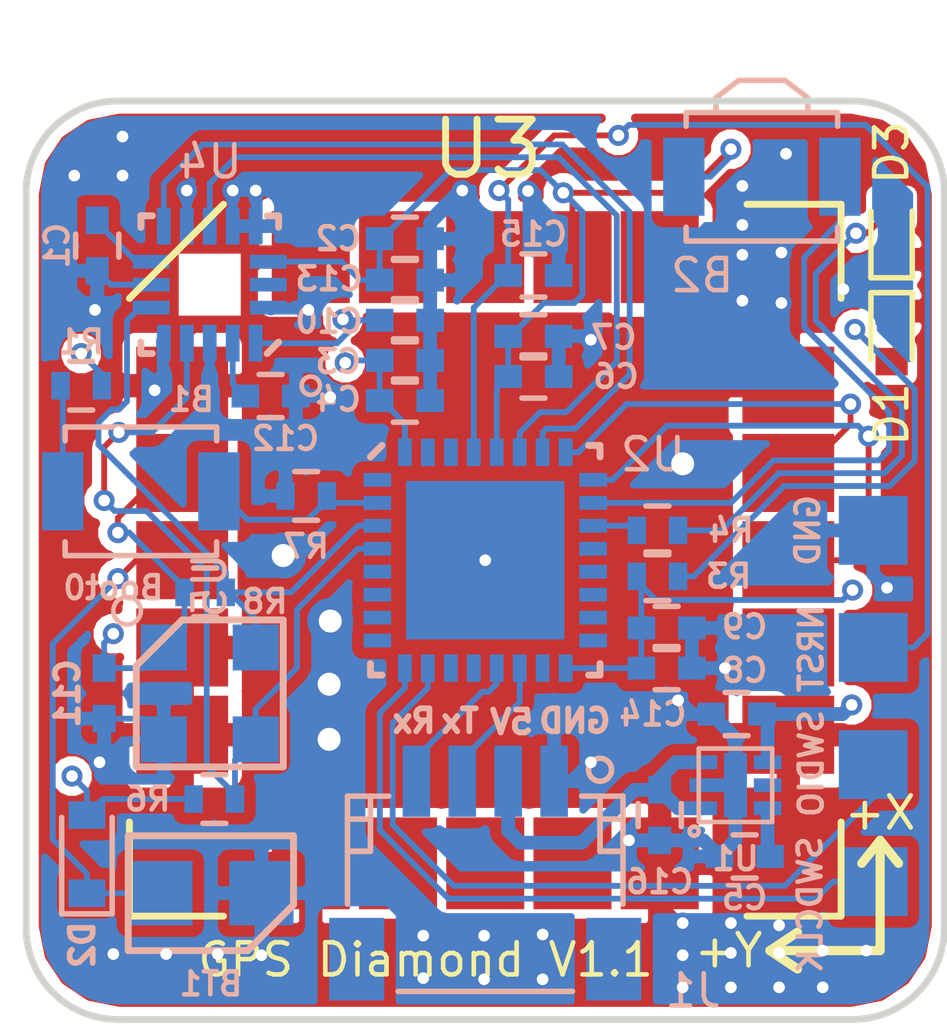
<source format=kicad_pcb>
(kicad_pcb (version 4) (host pcbnew 4.0.6)
  (layers (0 Top signal) (1 Ground power hide) (2 Power jumper hide) (31 Bottom signal) (34 B.Paste user) (35 F.Paste user) (36 B.SilkS user) (37 F.SilkS user) (38 B.Mask user) (39 F.Mask user) (44 Edge.Cuts user))
  (net 0 "")
  (net 1 +BATT)
  (net 2 GND)
  (net 3 +3V3)
  (net 4 +5V)
  (net 5 "Net-(D1-Pad2)")
  (net 6 "Net-(D3-Pad2)")
  (net 7 LED)
  (net 8 "Net-(B1-Pad1)")
  (net 9 "Net-(B1-Pad2)")
  (net 10 "Net-(C1-Pad1)")
  (net 11 "Net-(J5-Pad1)")
  (net 12 "Net-(J6-Pad1)")
  (net 13 "Net-(B2-Pad1)")
  (net 14 USART2_TX)
  (net 15 USART2_RX)
  (net 16 I2C1_SCL)
  (net 17 I2C1_SDA)
  (net 18 "Net-(C12-Pad1)")
  (net 19 IMU_INT1)
  (net 20 IMU_INT2)
  (net 21 USART1_TX)
  (net 22 USART1_RX)
  (net 23 "Net-(C15-Pad2)")
  (net 24 "Net-(C5-Pad1)")
  (module local:MIC-5353 (layer Bottom) (at 155.45 104.9 90)
    (fp_text reference U1 (at -1.6 0 360) (layer B.SilkS) (effects (font (size 0.5 0.5) (thickness 0.1)) (justify mirror)))
    (fp_text value MIC5353-3.3YMT-TR)
    (pad 6 smd rect (at -0.5 0.7 90) (size 0.3 0.6) (layers Bottom B.Paste B.Mask) (net 24 "Net-(C5-Pad1)"))
    (pad 1 smd rect (at -0.5 -0.7 90) (size 0.3 0.6) (layers Bottom B.Paste B.Mask) (net 4 +5V))
    (pad 5 smd rect (at 0 0.7 90) (size 0.3 0.6) (layers Bottom B.Paste B.Mask))
    (pad 2 smd rect (at 0 -0.7 90) (size 0.3 0.6) (layers Bottom B.Paste B.Mask) (net 2 GND))
    (pad 4 smd rect (at 0.5 0.7 90) (size 0.3 0.6) (layers Bottom B.Paste B.Mask) (net 3 +3V3))
    (pad 3 smd rect (at 0.5 -0.7 90) (size 0.3 0.6) (layers Bottom B.Paste B.Mask) (net 4 +5V))
    (pad 7 smd rect (at 0 0 90) (size 1.4 0.5) (layers Bottom B.Paste B.Mask) (net 2 GND))
  )
  (module Capacitors_SMD:C_0402_NoSilk (layer Bottom) (at 141.7 102.9 270)
    (fp_text reference C11 (at 0 0.8 450) (layer B.SilkS) (effects (font (size 0.5 0.5) (thickness 0.125)) (justify mirror)))
    (fp_text value 100nF)
    (pad 1 smd rect (at -0.55 0 270) (size 0.6 0.5) (layers Bottom B.Paste B.Mask) (net 3 +3V3))
    (pad 2 smd rect (at 0.55 0 270) (size 0.6 0.5) (layers Bottom B.Paste B.Mask) (net 2 GND))
  )
  (module Buttons_Switches_SMD:SW_SPST_B3U-1000P (layer Bottom) (at 142.5 98.5)
    (fp_text reference B1 (at 1.1 -2) (layer B.SilkS) (effects (font (size 0.5 0.5) (thickness 0.1)) (justify mirror)))
    (fp_text value SW_Push)
    (pad 1 smd rect (at -1.7 0) (size 0.9 1.7) (layers Bottom B.Paste B.Mask) (net 8 "Net-(B1-Pad1)"))
    (pad 2 smd rect (at 1.7 0) (size 0.9 1.7) (layers Bottom B.Paste B.Mask) (net 9 "Net-(B1-Pad2)"))
  )
  (module Resistors_SMD:R_0402 (layer Bottom) (at 144.1 105.2 180)
    (fp_text reference R6 (at 1.45 0 180) (layer B.SilkS) (effects (font (size 0.5 0.5) (thickness 0.1)) (justify mirror)))
    (fp_text value 2k2)
    (pad 1 smd rect (at -0.45 0 180) (size 0.4 0.6) (layers Bottom B.Paste B.Mask) (net 16 I2C1_SCL))
    (pad 2 smd rect (at 0.45 0 180) (size 0.4 0.6) (layers Bottom B.Paste B.Mask) (net 3 +3V3))
  )
  (module Diodes_SMD:D_0603 (layer Bottom) (at 141.325 106.4 90)
    (fp_text reference D2 (at -1.975 -0.1 270) (layer B.SilkS) (effects (font (size 0.5 0.5) (thickness 0.125)) (justify mirror)))
    (fp_text value D)
    (pad 1 smd rect (at -0.85 0 90) (size 0.6 0.8) (layers Bottom B.Paste B.Mask) (net 1 +BATT))
    (pad 2 smd rect (at 0.85 0 90) (size 0.6 0.8) (layers Bottom B.Paste B.Mask) (net 3 +3V3))
  )
  (module Resistors_SMD:R_0402 (layer Bottom) (at 143.9 100.7 180)
    (fp_text reference R8 (at -1.3 -0.2 180) (layer B.SilkS) (effects (font (size 0.5 0.5) (thickness 0.1)) (justify mirror)))
    (fp_text value 2K2)
    (pad 1 smd rect (at -0.45 0 180) (size 0.4 0.6) (layers Bottom B.Paste B.Mask) (net 17 I2C1_SDA))
    (pad 2 smd rect (at 0.45 0 180) (size 0.4 0.6) (layers Bottom B.Paste B.Mask) (net 3 +3V3))
  )
  (module local:MS5637 (layer Bottom) (at 144 102.9 270)
    (fp_text reference U5 (at -2.35 0 270) (layer B.SilkS) (effects (font (size 0.7 0.7) (thickness 0.1)) (justify mirror)))
    (fp_text value MS5637)
    (pad 1 smd rect (at -1 1 270) (size 1 1) (layers Bottom B.Paste B.Mask) (net 3 +3V3))
    (pad 2 smd rect (at -1 -1 270) (size 1 1) (layers Bottom B.Paste B.Mask) (net 17 I2C1_SDA))
    (pad 4 smd rect (at 1 1 270) (size 1 1) (layers Bottom B.Paste B.Mask) (net 2 GND))
    (pad 3 smd rect (at 1 -1 270) (size 1 1) (layers Bottom B.Paste B.Mask) (net 16 I2C1_SCL))
  )
  (module Capacitors_SMD:C_0402 (layer Bottom) (at 151.05 96)
    (fp_text reference C6 (at 1.8 0) (layer B.SilkS) (effects (font (size 0.5 0.5) (thickness 0.1)) (justify mirror)))
    (fp_text value 100nF)
    (pad 1 smd rect (at -0.55 0) (size 0.6 0.5) (layers Bottom B.Paste B.Mask) (net 3 +3V3))
    (pad 2 smd rect (at 0.55 0) (size 0.6 0.5) (layers Bottom B.Paste B.Mask) (net 2 GND))
  )
  (module Measurement_Points:Measurement_Point_Square-SMD-Pad_Small (layer Bottom) (at 158.45 101.9)
    (fp_text reference J2 hide)
    (fp_text value TEST_1P)
    (pad 1 smd rect (at 0 0) (size 1.5 1.5) (layers Bottom B.Mask) (net 23 "Net-(C15-Pad2)"))
  )
  (module local:CPH3225A (layer Bottom) (at 144.025 107.25 90)
    (fp_text reference BT1 (at -1.975 0 180) (layer B.SilkS) (effects (font (size 0.5 0.5) (thickness 0.1)) (justify mirror)))
    (fp_text value Battery_Cell)
    (pad 2 smd rect (at 0 1.1 90) (size 1.4 1.4) (layers Bottom B.Paste B.Mask) (net 2 GND))
    (pad 1 smd rect (at 0 -1.1 90) (size 1.4 1.4) (layers Bottom B.Paste B.Mask) (net 1 +BATT))
  )
  (module LEDs:LED_0402 (layer Top) (at 158.85 95.125 270)
    (fp_text reference D1 (at 1.7 0 270) (layer F.SilkS) (effects (font (size 0.7 0.7) (thickness 0.1))))
    (fp_text value LED)
    (pad 2 smd rect (at 0.55 0 90) (size 0.6 0.7) (layers Top F.Paste F.Mask) (net 5 "Net-(D1-Pad2)"))
    (pad 1 smd rect (at -0.55 0 90) (size 0.6 0.7) (layers Top F.Paste F.Mask) (net 2 GND))
  )
  (module LEDs:LED_0402 (layer Top) (at 158.85 92.9 90)
    (fp_text reference D3 (at 1.775 0 90) (layer F.SilkS) (effects (font (size 0.7 0.7) (thickness 0.1))))
    (fp_text value LED)
    (pad 2 smd rect (at 0.55 0 270) (size 0.6 0.7) (layers Top F.Paste F.Mask) (net 6 "Net-(D3-Pad2)"))
    (pad 1 smd rect (at -0.55 0 270) (size 0.6 0.7) (layers Top F.Paste F.Mask) (net 2 GND))
  )
  (module Connectors_JST:JST_SH_SM04B-SRSS-TB_04x1.00mm_Angled (layer Bottom) (at 150 106.75 180)
    (fp_text reference J1 (at -4.525 -2.625 180) (layer B.SilkS) (effects (font (size 0.7 0.7) (thickness 0.1)) (justify mirror)))
    (fp_text value CONN_01X04_MALE)
    (pad 1 smd rect (at -1.5 1.9375 180) (size 0.6 1.55) (layers Bottom B.Paste B.Mask) (net 2 GND))
    (pad 2 smd rect (at -0.5 1.9375 180) (size 0.6 1.55) (layers Bottom B.Paste B.Mask) (net 4 +5V))
    (pad 3 smd rect (at 0.5 1.9375 180) (size 0.6 1.55) (layers Bottom B.Paste B.Mask) (net 21 USART1_TX))
    (pad 4 smd rect (at 1.5 1.9375 180) (size 0.6 1.55) (layers Bottom B.Paste B.Mask) (net 22 USART1_RX))
    (pad "" smd rect (at -2.8 -1.9375 180) (size 1.2 1.8) (layers Bottom B.Paste B.Mask))
    (pad "" smd rect (at 2.8 -1.9375 180) (size 1.2 1.8) (layers Bottom B.Paste B.Mask))
  )
  (module Measurement_Points:Measurement_Point_Square-SMD-Pad_Small (layer Bottom) (at 158.45 99.35)
    (fp_text reference J3 hide)
    (fp_text value TEST_1P)
    (pad 1 smd rect (at 0 0) (size 1.5 1.5) (layers Bottom B.Mask) (net 2 GND))
  )
  (module Measurement_Points:Measurement_Point_Square-SMD-Pad_Small (layer Bottom) (at 158.45 104.45)
    (fp_text reference J5 hide)
    (fp_text value TEST_1P)
    (pad 1 smd rect (at 0 0) (size 1.5 1.5) (layers Bottom B.Mask) (net 11 "Net-(J5-Pad1)"))
  )
  (module Measurement_Points:Measurement_Point_Square-SMD-Pad_Small (layer Bottom) (at 158.45 107)
    (fp_text reference J6 hide)
    (fp_text value TEST_1P)
    (pad 1 smd rect (at 0 0) (size 1.5 1.5) (layers Bottom B.Mask) (net 12 "Net-(J6-Pad1)"))
  )
  (module Capacitors_SMD:C_0402 (layer Bottom) (at 151.05 95.125)
    (fp_text reference C7 (at 1.75 0.025) (layer B.SilkS) (effects (font (size 0.5 0.5) (thickness 0.1)) (justify mirror)))
    (fp_text value 4.7uF)
    (pad 1 smd rect (at -0.55 0) (size 0.6 0.5) (layers Bottom B.Paste B.Mask) (net 3 +3V3))
    (pad 2 smd rect (at 0.55 0) (size 0.6 0.5) (layers Bottom B.Paste B.Mask) (net 2 GND))
  )
  (module Capacitors_SMD:C_0402 (layer Bottom) (at 141.55 93.15 270)
    (fp_text reference C1 (at 0 0.875 270) (layer B.SilkS) (effects (font (size 0.5 0.5) (thickness 0.1)) (justify mirror)))
    (fp_text value 100nF)
    (pad 1 smd rect (at -0.55 0 270) (size 0.6 0.5) (layers Bottom B.Paste B.Mask) (net 10 "Net-(C1-Pad1)"))
    (pad 2 smd rect (at 0.55 0 270) (size 0.6 0.5) (layers Bottom B.Paste B.Mask) (net 2 GND))
  )
  (module Capacitors_SMD:C_0402 (layer Bottom) (at 148.25 93)
    (fp_text reference C2 (at -1.45 0) (layer B.SilkS) (effects (font (size 0.5 0.5) (thickness 0.1)) (justify mirror)))
    (fp_text value 4.7uF)
    (pad 1 smd rect (at -0.55 0) (size 0.6 0.5) (layers Bottom B.Paste B.Mask) (net 3 +3V3))
    (pad 2 smd rect (at 0.55 0) (size 0.6 0.5) (layers Bottom B.Paste B.Mask) (net 2 GND))
  )
  (module Capacitors_SMD:C_0402 (layer Bottom) (at 148.25 95.65)
    (fp_text reference C3 (at -1.45 0.025) (layer B.SilkS) (effects (font (size 0.5 0.5) (thickness 0.1)) (justify mirror)))
    (fp_text value 1uF)
    (pad 1 smd rect (at -0.55 0) (size 0.6 0.5) (layers Bottom B.Paste B.Mask) (net 3 +3V3))
    (pad 2 smd rect (at 0.55 0) (size 0.6 0.5) (layers Bottom B.Paste B.Mask) (net 2 GND))
  )
  (module Capacitors_SMD:C_0402 (layer Bottom) (at 148.25 96.525)
    (fp_text reference C4 (at -1.45 -0.025) (layer B.SilkS) (effects (font (size 0.5 0.5) (thickness 0.1)) (justify mirror)))
    (fp_text value 10nF)
    (pad 1 smd rect (at -0.55 0) (size 0.6 0.5) (layers Bottom B.Paste B.Mask) (net 3 +3V3))
    (pad 2 smd rect (at 0.55 0) (size 0.6 0.5) (layers Bottom B.Paste B.Mask) (net 2 GND))
  )
  (module Capacitors_SMD:C_0402 (layer Bottom) (at 155.65 106.45 180)
    (fp_text reference C5 (at 0 -0.9 180) (layer B.SilkS) (effects (font (size 0.5 0.5) (thickness 0.1)) (justify mirror)))
    (fp_text value 100nF)
    (pad 1 smd rect (at -0.55 0 180) (size 0.6 0.5) (layers Bottom B.Paste B.Mask) (net 24 "Net-(C5-Pad1)"))
    (pad 2 smd rect (at 0.55 0 180) (size 0.6 0.5) (layers Bottom B.Paste B.Mask) (net 2 GND))
  )
  (module Capacitors_SMD:C_0402 (layer Bottom) (at 153.95 102.35)
    (fp_text reference C8 (at 1.7 0.05) (layer B.SilkS) (effects (font (size 0.5 0.5) (thickness 0.1)) (justify mirror)))
    (fp_text value 100nF)
    (pad 1 smd rect (at -0.55 0) (size 0.6 0.5) (layers Bottom B.Paste B.Mask) (net 3 +3V3))
    (pad 2 smd rect (at 0.55 0) (size 0.6 0.5) (layers Bottom B.Paste B.Mask) (net 2 GND))
  )
  (module Capacitors_SMD:C_0402 (layer Bottom) (at 153.95 101.475)
    (fp_text reference C9 (at 1.7 -0.025) (layer B.SilkS) (effects (font (size 0.5 0.5) (thickness 0.1)) (justify mirror)))
    (fp_text value 4.7uF)
    (pad 1 smd rect (at -0.55 0) (size 0.6 0.5) (layers Bottom B.Paste B.Mask) (net 3 +3V3))
    (pad 2 smd rect (at 0.55 0) (size 0.6 0.5) (layers Bottom B.Paste B.Mask) (net 2 GND))
  )
  (module Capacitors_SMD:C_0402 (layer Bottom) (at 148.25 94.775)
    (fp_text reference C10 (at -1.65 0.025) (layer B.SilkS) (effects (font (size 0.5 0.5) (thickness 0.1)) (justify mirror)))
    (fp_text value 100nF)
    (pad 1 smd rect (at -0.55 0) (size 0.6 0.5) (layers Bottom B.Paste B.Mask) (net 3 +3V3))
    (pad 2 smd rect (at 0.55 0) (size 0.6 0.5) (layers Bottom B.Paste B.Mask) (net 2 GND))
  )
  (module Capacitors_SMD:C_0402 (layer Bottom) (at 145.325 96.425)
    (fp_text reference C12 (at 0.325 0.925) (layer B.SilkS) (effects (font (size 0.5 0.5) (thickness 0.1)) (justify mirror)))
    (fp_text value 100nF)
    (pad 1 smd rect (at -0.55 0) (size 0.6 0.5) (layers Bottom B.Paste B.Mask) (net 18 "Net-(C12-Pad1)"))
    (pad 2 smd rect (at 0.55 0) (size 0.6 0.5) (layers Bottom B.Paste B.Mask) (net 2 GND))
  )
  (module Capacitors_SMD:C_0402 (layer Bottom) (at 155.475 103.35 180)
    (fp_text reference C14 (at 1.825 0 180) (layer B.SilkS) (effects (font (size 0.5 0.5) (thickness 0.1)) (justify mirror)))
    (fp_text value 100nF)
    (pad 1 smd rect (at -0.55 0 180) (size 0.6 0.5) (layers Bottom B.Paste B.Mask) (net 3 +3V3))
    (pad 2 smd rect (at 0.55 0 180) (size 0.6 0.5) (layers Bottom B.Paste B.Mask) (net 2 GND))
  )
  (module Resistors_SMD:R_0402 (layer Bottom) (at 141.2 96.2 180)
    (fp_text reference R1 (at 0 0.95 180) (layer B.SilkS) (effects (font (size 0.5 0.5) (thickness 0.1)) (justify mirror)))
    (fp_text value 510R)
    (pad 1 smd rect (at -0.45 0 180) (size 0.4 0.6) (layers Bottom B.Paste B.Mask) (net 3 +3V3))
    (pad 2 smd rect (at 0.45 0 180) (size 0.4 0.6) (layers Bottom B.Paste B.Mask) (net 8 "Net-(B1-Pad1)"))
  )
  (module Resistors_SMD:R_0402 (layer Bottom) (at 153.75 100.35 180)
    (fp_text reference R3 (at -1.55 0 180) (layer B.SilkS) (effects (font (size 0.5 0.5) (thickness 0.1)) (justify mirror)))
    (fp_text value 100R)
    (pad 1 smd rect (at -0.45 0 180) (size 0.4 0.6) (layers Bottom B.Paste B.Mask) (net 5 "Net-(D1-Pad2)"))
    (pad 2 smd rect (at 0.45 0 180) (size 0.4 0.6) (layers Bottom B.Paste B.Mask) (net 3 +3V3))
  )
  (module Resistors_SMD:R_0402 (layer Bottom) (at 153.75 99.35 180)
    (fp_text reference R4 (at -1.6 0 180) (layer B.SilkS) (effects (font (size 0.5 0.5) (thickness 0.1)) (justify mirror)))
    (fp_text value 100R)
    (pad 1 smd rect (at -0.45 0 180) (size 0.4 0.6) (layers Bottom B.Paste B.Mask) (net 6 "Net-(D3-Pad2)"))
    (pad 2 smd rect (at 0.45 0 180) (size 0.4 0.6) (layers Bottom B.Paste B.Mask) (net 7 LED))
  )
  (module Resistors_SMD:R_0402 (layer Bottom) (at 146.1 98.6 180)
    (fp_text reference R7 (at 0 -1.1 180) (layer B.SilkS) (effects (font (size 0.5 0.5) (thickness 0.1)) (justify mirror)))
    (fp_text value 10k)
    (pad 1 smd rect (at -0.45 0 180) (size 0.4 0.6) (layers Bottom B.Paste B.Mask) (net 9 "Net-(B1-Pad2)"))
    (pad 2 smd rect (at 0.45 0 180) (size 0.4 0.6) (layers Bottom B.Paste B.Mask) (net 2 GND))
  )
  (module Capacitors_SMD:C_0402 (layer Bottom) (at 148.25 93.9)
    (fp_text reference C13 (at -1.65 -0.025) (layer B.SilkS) (effects (font (size 0.5 0.5) (thickness 0.1)) (justify mirror)))
    (fp_text value 100nF)
    (pad 1 smd rect (at -0.55 0) (size 0.6 0.5) (layers Bottom B.Paste B.Mask) (net 3 +3V3))
    (pad 2 smd rect (at 0.55 0) (size 0.6 0.5) (layers Bottom B.Paste B.Mask) (net 2 GND))
  )
  (module local:FXOS8700CQ (layer Bottom) (at 144 94 90)
    (fp_text reference U4 (at 2.675 0 180) (layer B.SilkS) (effects (font (size 0.7 0.7) (thickness 0.1)) (justify mirror)))
    (fp_text value FXOS8700CQ)
    (pad 1 smd rect (at -1.275 1) (size 0.3 0.8) (layers Bottom B.Paste B.Mask) (net 3 +3V3))
    (pad 2 smd rect (at -1.275 0.5) (size 0.3 0.8) (layers Bottom B.Paste B.Mask) (net 18 "Net-(C12-Pad1)"))
    (pad 3 smd rect (at -1.275 0) (size 0.3 0.8) (layers Bottom B.Paste B.Mask) (net 2 GND))
    (pad 4 smd rect (at -1.275 -0.5) (size 0.3 0.8) (layers Bottom B.Paste B.Mask) (net 16 I2C1_SCL))
    (pad 5 smd rect (at -1.275 -1) (size 0.3 0.8) (layers Bottom B.Paste B.Mask) (net 2 GND))
    (pad 6 smd rect (at -0.5 -1.275 90) (size 0.3 0.8) (layers Bottom B.Paste B.Mask) (net 17 I2C1_SDA))
    (pad 7 smd rect (at 0 -1.275 90) (size 0.3 0.8) (layers Bottom B.Paste B.Mask) (net 2 GND))
    (pad 8 smd rect (at 0.5 -1.275 90) (size 0.3 0.8) (layers Bottom B.Paste B.Mask) (net 10 "Net-(C1-Pad1)"))
    (pad 9 smd rect (at 1.275 -1) (size 0.3 0.8) (layers Bottom B.Paste B.Mask) (net 20 IMU_INT2))
    (pad 10 smd rect (at 1.275 -0.5) (size 0.3 0.8) (layers Bottom B.Paste B.Mask) (net 2 GND))
    (pad 11 smd rect (at 1.275 0) (size 0.3 0.8) (layers Bottom B.Paste B.Mask) (net 19 IMU_INT1))
    (pad 12 smd rect (at 1.275 0.5) (size 0.3 0.8) (layers Bottom B.Paste B.Mask) (net 2 GND))
    (pad 13 smd rect (at 1.275 1) (size 0.3 0.8) (layers Bottom B.Paste B.Mask) (net 2 GND))
    (pad 14 smd rect (at 0.5 1.275 90) (size 0.3 0.8) (layers Bottom B.Paste B.Mask) (net 3 +3V3))
    (pad 15 smd rect (at 0 1.275 90) (size 0.3 0.8) (layers Bottom B.Paste B.Mask))
    (pad 16 smd rect (at -0.5 1.275 90) (size 0.3 0.8) (layers Bottom B.Paste B.Mask) (net 2 GND))
  )
  (module local:UFQFPN32 (layer Bottom) (at 150 100 270)
    (fp_text reference U2 (at -2.3 -3.65 360) (layer B.SilkS) (effects (font (size 0.7 0.7) (thickness 0.1)) (justify mirror)))
    (fp_text value STM32F042K6Ux)
    (pad 1 smd rect (at -2.35 1.75 180) (size 0.3 0.6) (layers Bottom B.Paste B.Mask) (net 3 +3V3))
    (pad 2 smd rect (at -2.35 1.25 180) (size 0.3 0.6) (layers Bottom B.Paste B.Mask))
    (pad 3 smd rect (at -2.35 0.75 180) (size 0.3 0.6) (layers Bottom B.Paste B.Mask))
    (pad 4 smd rect (at -2.35 0.25 180) (size 0.3 0.6) (layers Bottom B.Paste B.Mask) (net 23 "Net-(C15-Pad2)"))
    (pad 5 smd rect (at -2.35 -0.25 180) (size 0.3 0.6) (layers Bottom B.Paste B.Mask) (net 3 +3V3))
    (pad 6 smd rect (at -2.35 -0.75 180) (size 0.3 0.6) (layers Bottom B.Paste B.Mask) (net 19 IMU_INT1))
    (pad 7 smd rect (at -2.35 -1.25 180) (size 0.3 0.6) (layers Bottom B.Paste B.Mask) (net 20 IMU_INT2))
    (pad 8 smd rect (at -2.35 -1.75 180) (size 0.3 0.6) (layers Bottom B.Paste B.Mask) (net 14 USART2_TX))
    (pad 9 smd rect (at -1.75 -2.35 270) (size 0.3 0.6) (layers Bottom B.Paste B.Mask) (net 15 USART2_RX))
    (pad 10 smd rect (at -1.25 -2.35 270) (size 0.3 0.6) (layers Bottom B.Paste B.Mask) (net 13 "Net-(B2-Pad1)"))
    (pad 11 smd rect (at -0.75 -2.35 270) (size 0.3 0.6) (layers Bottom B.Paste B.Mask) (net 7 LED))
    (pad 12 smd rect (at -0.25 -2.35 270) (size 0.3 0.6) (layers Bottom B.Paste B.Mask))
    (pad 13 smd rect (at 0.25 -2.35 270) (size 0.3 0.6) (layers Bottom B.Paste B.Mask))
    (pad 14 smd rect (at 0.75 -2.35 270) (size 0.3 0.6) (layers Bottom B.Paste B.Mask))
    (pad 15 smd rect (at 1.25 -2.35 270) (size 0.3 0.6) (layers Bottom B.Paste B.Mask))
    (pad 16 smd rect (at 1.75 -2.35 270) (size 0.3 0.6) (layers Bottom B.Paste B.Mask))
    (pad 17 smd rect (at 2.35 -1.75 180) (size 0.3 0.6) (layers Bottom B.Paste B.Mask) (net 3 +3V3))
    (pad 18 smd rect (at 2.35 -1.25 180) (size 0.3 0.6) (layers Bottom B.Paste B.Mask))
    (pad 19 smd rect (at 2.35 -0.75 180) (size 0.3 0.6) (layers Bottom B.Paste B.Mask) (net 21 USART1_TX))
    (pad 20 smd rect (at 2.35 -0.25 180) (size 0.3 0.6) (layers Bottom B.Paste B.Mask) (net 22 USART1_RX))
    (pad 21 smd rect (at 2.35 0.25 180) (size 0.3 0.6) (layers Bottom B.Paste B.Mask))
    (pad 22 smd rect (at 2.35 0.75 180) (size 0.3 0.6) (layers Bottom B.Paste B.Mask))
    (pad 23 smd rect (at 2.35 1.25 180) (size 0.3 0.6) (layers Bottom B.Paste B.Mask) (net 11 "Net-(J5-Pad1)"))
    (pad 24 smd rect (at 2.35 1.75 180) (size 0.3 0.6) (layers Bottom B.Paste B.Mask) (net 12 "Net-(J6-Pad1)"))
    (pad 25 smd rect (at 1.75 2.35 270) (size 0.3 0.6) (layers Bottom B.Paste B.Mask))
    (pad 26 smd rect (at 1.25 2.35 270) (size 0.3 0.6) (layers Bottom B.Paste B.Mask))
    (pad 27 smd rect (at 0.75 2.35 270) (size 0.3 0.6) (layers Bottom B.Paste B.Mask))
    (pad 28 smd rect (at 0.25 2.35 270) (size 0.3 0.6) (layers Bottom B.Paste B.Mask))
    (pad 29 smd rect (at -0.25 2.35 270) (size 0.3 0.6) (layers Bottom B.Paste B.Mask) (net 16 I2C1_SCL))
    (pad 30 smd rect (at -0.75 2.35 270) (size 0.3 0.6) (layers Bottom B.Paste B.Mask) (net 17 I2C1_SDA))
    (pad 31 smd rect (at -1.25 2.35 270) (size 0.3 0.6) (layers Bottom B.Paste B.Mask) (net 9 "Net-(B1-Pad2)"))
    (pad 32 smd rect (at -1.75 2.35 270) (size 0.3 0.6) (layers Bottom B.Paste B.Mask))
    (pad 33 smd rect (at 0 0 270) (size 3.45 3.45) (layers Bottom B.Paste B.Mask) (net 2 GND))
  )
  (module Buttons_Switches_SMD:SW_SPST_B3U-3000P (layer Bottom) (at 156.025 91.65 180)
    (fp_text reference B2 (at 1.3 -2.15 180) (layer B.SilkS) (effects (font (size 0.7 0.7) (thickness 0.1)) (justify mirror)))
    (fp_text value SW_Push)
    (pad 1 smd rect (at -1.7 0 180) (size 0.9 1.7) (layers Bottom B.Paste B.Mask) (net 13 "Net-(B2-Pad1)"))
    (pad 2 smd rect (at 1.7 0 180) (size 0.9 1.7) (layers Bottom B.Paste B.Mask) (net 3 +3V3))
  )
  (module Capacitors_SMD:C_0402 (layer Bottom) (at 151.05 93.8 180)
    (fp_text reference C15 (at 0 0.9 180) (layer B.SilkS) (effects (font (size 0.5 0.5) (thickness 0.1)) (justify mirror)))
    (fp_text value 100nF)
    (pad 1 smd rect (at -0.55 0 180) (size 0.6 0.5) (layers Bottom B.Paste B.Mask) (net 2 GND))
    (pad 2 smd rect (at 0.55 0 180) (size 0.6 0.5) (layers Bottom B.Paste B.Mask) (net 23 "Net-(C15-Pad2)"))
  )
  (module Capacitors_SMD:C_0402 (layer Bottom) (at 153.8 105.55 270)
    (fp_text reference C16 (at 1.45 0 360) (layer B.SilkS) (effects (font (size 0.5 0.5) (thickness 0.1)) (justify mirror)))
    (fp_text value 1uF)
    (pad 1 smd rect (at -0.55 0 270) (size 0.6 0.5) (layers Bottom B.Paste B.Mask) (net 4 +5V))
    (pad 2 smd rect (at 0.55 0 270) (size 0.6 0.5) (layers Bottom B.Paste B.Mask) (net 2 GND))
  )
  (module local:SAM-M8Q (layer Top) (at 150 100)
    (fp_text reference U3 (at 0.05 -8.95) (layer F.SilkS) (effects (font (size 1.2 1.2))))
    (fp_text value SAM-M8Q)
    (pad 1 smd rect (at -6.6 -3.8 90) (size 1.7 2) (layers Top F.Paste F.Mask) (net 2 GND))
    (pad 2 smd rect (at -6.6 -1.9 90) (size 1.7 2) (layers Top F.Paste F.Mask) (net 3 +3V3))
    (pad 3 smd rect (at -6.6 0 90) (size 1.7 2) (layers Top F.Paste F.Mask) (net 1 +BATT))
    (pad 4 smd rect (at -6.6 1.9 90) (size 1.7 2) (layers Top F.Paste F.Mask) (net 2 GND))
    (pad 5 smd rect (at -6.6 3.8 90) (size 1.7 2) (layers Top F.Paste F.Mask) (net 2 GND))
    (pad 6 smd rect (at -3.8 6.6) (size 1.7 2) (layers Top F.Paste F.Mask) (net 2 GND))
    (pad 7 smd rect (at -1.9 6.6) (size 1.7 2) (layers Top F.Paste F.Mask))
    (pad 8 smd rect (at 0 6.6) (size 1.7 2) (layers Top F.Paste F.Mask))
    (pad 9 smd rect (at 1.9 6.6) (size 1.7 2) (layers Top F.Paste F.Mask))
    (pad 10 smd rect (at 3.8 6.6) (size 1.7 2) (layers Top F.Paste F.Mask) (net 2 GND))
    (pad 11 smd rect (at 6.6 3.8 90) (size 1.7 2) (layers Top F.Paste F.Mask) (net 2 GND))
    (pad 12 smd rect (at 6.6 1.9 90) (size 1.7 2) (layers Top F.Paste F.Mask))
    (pad 13 smd rect (at 6.6 0 90) (size 1.7 2) (layers Top F.Paste F.Mask) (net 15 USART2_RX))
    (pad 14 smd rect (at 6.6 -1.9 90) (size 1.7 2) (layers Top F.Paste F.Mask) (net 14 USART2_TX))
    (pad 15 smd rect (at 6.6 -3.8 90) (size 1.7 2) (layers Top F.Paste F.Mask) (net 2 GND))
    (pad 16 smd rect (at 3.8 -6.6) (size 1.7 2) (layers Top F.Paste F.Mask) (net 2 GND))
    (pad 17 smd rect (at 1.9 -6.6) (size 1.7 2) (layers Top F.Paste F.Mask) (net 3 +3V3))
    (pad 18 smd rect (at 0 -6.6) (size 1.7 2) (layers Top F.Paste F.Mask))
    (pad 19 smd rect (at -1.9 -6.6) (size 1.7 2) (layers Top F.Paste F.Mask))
    (pad 20 smd rect (at -3.8 -6.6) (size 1.7 2) (layers Top F.Paste F.Mask) (net 2 GND))
  )
  (gr_text Boot0 (at 141.9 100.6) (layer B.SilkS) (effects (font (size 0.5 0.5) (thickness 0.1)) (justify mirror)))
  (gr_line (start 158.6 106.1) (end 159 106.6) (layer F.SilkS) (width 0.2))
  (gr_line (start 158.6 106.1) (end 158.2 106.6) (layer F.SilkS) (width 0.2))
  (gr_line (start 156.2 108.5) (end 156.8 108.9) (layer F.SilkS) (width 0.2))
  (gr_line (start 156.2 108.5) (end 156.8 108.1) (layer F.SilkS) (width 0.2))
  (gr_line (start 158.6 108.5) (end 156.2 108.5) (layer F.SilkS) (width 0.2))
  (gr_line (start 158.6 106.1) (end 158.6 108.5) (layer F.SilkS) (width 0.2))
  (gr_text SWDCLK (at 157.075 107.5 90) (layer B.SilkS) (effects (font (size 0.5 0.5) (thickness 0.1)) (justify mirror)))
  (gr_text SWDIO (at 157.1 104.425 90) (layer B.SilkS) (effects (font (size 0.5 0.5) (thickness 0.1)) (justify mirror)))
  (gr_text NRST (at 157.1 101.925 90) (layer B.SilkS) (effects (font (size 0.5 0.5) (thickness 0.1)) (justify mirror)))
  (gr_text GND (at 157.025 99.35 90) (layer B.SilkS) (effects (font (size 0.5 0.5) (thickness 0.1)) (justify mirror)))
  (gr_text +Y (at 155.3 108.5) (layer F.SilkS) (effects (font (size 0.7 0.7) (thickness 0.1))))
  (gr_text +X (at 158.6 105.5) (layer F.SilkS) (effects (font (size 0.7 0.7) (thickness 0.1))))
  (gr_text GND (at 151.95 103.5) (layer B.SilkS) (effects (font (size 0.5 0.5) (thickness 0.125)) (justify mirror)))
  (gr_text 5V (at 150.575 103.525) (layer B.SilkS) (effects (font (size 0.5 0.5) (thickness 0.125)) (justify mirror)))
  (gr_text Tx (at 149.45 103.5) (layer B.SilkS) (effects (font (size 0.5 0.5) (thickness 0.125)) (justify mirror)))
  (gr_text Rx (at 148.45 103.5) (layer B.SilkS) (effects (font (size 0.5 0.5) (thickness 0.125)) (justify mirror)))
  (gr_text "GPS Diamond V1.1\n" (at 148.7 108.7) (layer F.SilkS) (effects (font (size 0.7 0.7) (thickness 0.1))))
  (gr_line (start 158 110) (end 142 110) (layer Edge.Cuts) (width 0.15))
  (gr_line (start 160 92) (end 160 108) (layer Edge.Cuts) (width 0.15))
  (gr_arc (start 142 108) (end 142 110) (angle 90) (layer Edge.Cuts) (width 0.15))
  (gr_arc (start 158 108) (end 160 108) (angle 90) (layer Edge.Cuts) (width 0.15))
  (gr_arc (start 158 92) (end 158 90) (angle 90) (layer Edge.Cuts) (width 0.15))
  (gr_arc (start 142 92) (end 140 92) (angle 90) (layer Edge.Cuts) (width 0.15))
  (gr_line (start 142 90) (end 158 90) (layer Edge.Cuts) (width 0.15))
  (gr_line (start 140 108) (end 140 92) (layer Edge.Cuts) (width 0.15))
  (segment (start 142 100.4) (end 142.4 100) (width 0.127) (layer Top) (net 1))
  (segment (start 142.4 100) (end 143.4 100) (width 0.127) (layer Top) (net 1))
  (segment (start 141.325 107.25) (end 141.325 106.823) (width 0.127) (layer Bottom) (net 1))
  (segment (start 141.325 106.823) (end 140.580899 106.078899) (width 0.127) (layer Bottom) (net 1))
  (segment (start 140.580899 106.078899) (end 140.580899 101.819101) (width 0.127) (layer Bottom) (net 1))
  (segment (start 140.580899 101.819101) (end 142 100.4) (width 0.127) (layer Bottom) (net 1))
  (via (at 142 100.4) (size 0.4572) (drill 0.254) (layers Top Bottom) (net 1))
  (segment (start 142.925 107.25) (end 141.325 107.25) (width 0.127) (layer Bottom) (net 1))
  (segment (start 158.85 93.45) (end 158.45 93.45) (width 0.3) (layer Top) (net 2))
  (segment (start 158.45 93.45) (end 157.8 94.1) (width 0.3) (layer Top) (net 2))
  (via (at 157.8 94.1) (size 0.4572) (drill 0.254) (layers Top Bottom) (net 2))
  (segment (start 156.6 96.2) (end 155.3 96.2) (width 0.3) (layer Top) (net 2))
  (segment (start 155.3 96.2) (end 154.3 97.2) (width 0.3) (layer Top) (net 2))
  (segment (start 154.3 97.2) (end 154.3 97.9) (width 0.3) (layer Top) (net 2))
  (via (at 154.3 97.9) (size 1) (drill 0.5) (layers Top Bottom) (net 2))
  (segment (start 146.6 102.7) (end 146.6 103.9) (width 0.3) (layer Top) (net 2))
  (via (at 146.6 103.9) (size 1) (drill 0.5) (layers Top Bottom) (net 2))
  (segment (start 146.624758 101.324758) (end 146.624758 102.675242) (width 0.3) (layer Bottom) (net 2))
  (segment (start 146.624758 102.675242) (end 146.6 102.7) (width 0.3) (layer Bottom) (net 2))
  (via (at 146.6 102.7) (size 1) (drill 0.5) (layers Top Bottom) (net 2))
  (segment (start 143.4 101.9) (end 146.049516 101.9) (width 0.3) (layer Top) (net 2))
  (segment (start 146.049516 101.9) (end 146.624758 101.324758) (width 0.3) (layer Top) (net 2))
  (via (at 146.624758 101.324758) (size 1) (drill 0.5) (layers Top Bottom) (net 2))
  (segment (start 143.4 101.9) (end 144.7 101.9) (width 0.3) (layer Top) (net 2))
  (segment (start 144.7 101.9) (end 145.598242 101.001758) (width 0.3) (layer Top) (net 2))
  (segment (start 145.598242 101.001758) (end 145.598242 99.898242) (width 0.3) (layer Top) (net 2))
  (via (at 145.598242 99.898242) (size 1) (drill 0.5) (layers Top Bottom) (net 2))
  (segment (start 156.45 96.3) (end 155.6 96.3) (width 0.127) (layer Top) (net 2))
  (segment (start 155.6 94.35) (end 153.85 94.35) (width 0.127) (layer Top) (net 2))
  (segment (start 156.45 94.4) (end 155.65 94.4) (width 0.127) (layer Bottom) (net 2))
  (segment (start 155.65 94.4) (end 155.6 94.35) (width 0.127) (layer Bottom) (net 2))
  (via (at 155.6 94.35) (size 0.4572) (drill 0.254) (layers Top Bottom) (net 2))
  (segment (start 156.45 93.3) (end 156.45 94.4) (width 0.127) (layer Top) (net 2))
  (via (at 156.45 94.4) (size 0.4572) (drill 0.254) (layers Top Bottom) (net 2))
  (segment (start 155.6 93.35) (end 156.4 93.35) (width 0.127) (layer Bottom) (net 2))
  (segment (start 156.4 93.35) (end 156.45 93.3) (width 0.127) (layer Bottom) (net 2))
  (via (at 156.45 93.3) (size 0.4572) (drill 0.254) (layers Top Bottom) (net 2))
  (segment (start 154.4 93.1) (end 154.65 93.35) (width 0.127) (layer Top) (net 2))
  (segment (start 154.65 93.35) (end 155.6 93.35) (width 0.127) (layer Top) (net 2))
  (via (at 155.6 93.35) (size 0.4572) (drill 0.254) (layers Top Bottom) (net 2))
  (segment (start 155.6 92.7) (end 154.8 92.7) (width 0.127) (layer Bottom) (net 2))
  (segment (start 154.8 92.7) (end 154.4 93.1) (width 0.127) (layer Bottom) (net 2))
  (segment (start 155.6 91.85) (end 155.6 92.7) (width 0.127) (layer Top) (net 2))
  (via (at 155.6 92.7) (size 0.4572) (drill 0.254) (layers Top Bottom) (net 2))
  (segment (start 156.55 91.15) (end 156.3 91.15) (width 0.127) (layer Bottom) (net 2))
  (segment (start 156.3 91.15) (end 155.6 91.85) (width 0.127) (layer Bottom) (net 2))
  (via (at 155.6 91.85) (size 0.4572) (drill 0.254) (layers Top Bottom) (net 2))
  (segment (start 158.85 93.45) (end 158.023728 93.45) (width 0.127) (layer Top) (net 2))
  (segment (start 158.023728 93.45) (end 156.55 91.976272) (width 0.127) (layer Top) (net 2))
  (segment (start 156.55 91.976272) (end 156.55 91.15) (width 0.127) (layer Top) (net 2))
  (via (at 156.55 91.15) (size 0.4572) (drill 0.254) (layers Top Bottom) (net 2))
  (segment (start 157.35 108.5) (end 158.3 108.5) (width 0.127) (layer Bottom) (net 2))
  (via (at 158.3 108.5) (size 0.4572) (drill 0.254) (layers Top Bottom) (net 2))
  (segment (start 157.35 109.3) (end 157.35 108.5) (width 0.127) (layer Top) (net 2))
  (via (at 157.35 108.5) (size 0.4572) (drill 0.254) (layers Top Bottom) (net 2))
  (segment (start 156.4 109.3) (end 157.35 109.3) (width 0.127) (layer Bottom) (net 2))
  (via (at 157.35 109.3) (size 0.4572) (drill 0.254) (layers Top Bottom) (net 2))
  (segment (start 156.4 108.55) (end 156.4 109.3) (width 0.127) (layer Top) (net 2))
  (via (at 156.4 109.3) (size 0.4572) (drill 0.254) (layers Top Bottom) (net 2))
  (segment (start 156.4 107.95) (end 156.4 108.55) (width 0.127) (layer Bottom) (net 2))
  (via (at 156.4 108.55) (size 0.4572) (drill 0.254) (layers Top Bottom) (net 2))
  (segment (start 156.35 107.9) (end 156.4 107.95) (width 0.127) (layer Top) (net 2))
  (via (at 156.4 107.95) (size 0.4572) (drill 0.254) (layers Top Bottom) (net 2))
  (segment (start 155.35 107.9) (end 156.35 107.9) (width 0.127) (layer Top) (net 2))
  (segment (start 155.35 108.55) (end 155.35 107.9) (width 0.127) (layer Bottom) (net 2))
  (via (at 155.35 107.9) (size 0.4572) (drill 0.254) (layers Top Bottom) (net 2))
  (segment (start 155.35 109.3) (end 155.35 108.55) (width 0.127) (layer Top) (net 2))
  (via (at 155.35 108.55) (size 0.4572) (drill 0.254) (layers Top Bottom) (net 2))
  (segment (start 154.3 109.3) (end 155.35 109.3) (width 0.127) (layer Bottom) (net 2))
  (via (at 155.35 109.3) (size 0.4572) (drill 0.254) (layers Top Bottom) (net 2))
  (segment (start 154.3 108.6) (end 154.3 109.3) (width 0.127) (layer Top) (net 2))
  (via (at 154.3 109.3) (size 0.4572) (drill 0.254) (layers Top Bottom) (net 2))
  (segment (start 154.3 107.9) (end 154.3 108.6) (width 0.127) (layer Bottom) (net 2))
  (via (at 154.3 108.6) (size 0.4572) (drill 0.254) (layers Top Bottom) (net 2))
  (segment (start 153.131002 106.1) (end 153.131002 106.731002) (width 0.127) (layer Top) (net 2))
  (segment (start 153.131002 106.731002) (end 154.3 107.9) (width 0.127) (layer Top) (net 2))
  (via (at 154.3 107.9) (size 0.4572) (drill 0.254) (layers Top Bottom) (net 2))
  (segment (start 148.8 93) (end 148.8 92.65) (width 0.3) (layer Bottom) (net 2))
  (segment (start 148.8 92.65) (end 149.5 91.95) (width 0.3) (layer Bottom) (net 2))
  (via (at 149.5 91.95) (size 0.4572) (drill 0.254) (layers Top Bottom) (net 2))
  (segment (start 148.85 93) (end 148.8 93) (width 0.127) (layer Bottom) (net 2))
  (segment (start 153.8 106.1) (end 153.131002 106.1) (width 0.3) (layer Bottom) (net 2))
  (via (at 153.131002 106.1) (size 0.4572) (drill 0.254) (layers Top Bottom) (net 2))
  (segment (start 151.5 104.8125) (end 151.887494 104.8125) (width 0.3) (layer Bottom) (net 2))
  (segment (start 151.887494 104.8125) (end 152.3 104.399994) (width 0.3) (layer Bottom) (net 2))
  (segment (start 154.75 104.9) (end 155.45 104.9) (width 0.3) (layer Bottom) (net 2))
  (segment (start 155.45 104.9) (end 155.45 103.875) (width 0.3) (layer Bottom) (net 2))
  (segment (start 155.45 103.875) (end 154.925 103.35) (width 0.3) (layer Bottom) (net 2))
  (segment (start 155.1 106.45) (end 155.45 106.1) (width 0.3) (layer Bottom) (net 2))
  (segment (start 155.45 106.1) (end 155.45 104.9) (width 0.3) (layer Bottom) (net 2))
  (segment (start 153.8 106.1) (end 154.75 106.1) (width 0.3) (layer Bottom) (net 2))
  (segment (start 154.75 106.1) (end 155.1 106.45) (width 0.3) (layer Bottom) (net 2))
  (segment (start 151.6 93.8) (end 151.6 92.628619) (width 0.127) (layer Bottom) (net 2))
  (segment (start 151.6 92.628619) (end 150.930889 91.959508) (width 0.127) (layer Bottom) (net 2))
  (via (at 150.930889 91.959508) (size 0.4572) (drill 0.254) (layers Top Bottom) (net 2))
  (segment (start 158.45 99.35) (end 158.45 100.3) (width 0.3) (layer Bottom) (net 2))
  (segment (start 158.45 100.3) (end 158.75 100.6) (width 0.3) (layer Bottom) (net 2))
  (via (at 158.75 100.6) (size 0.4572) (drill 0.254) (layers Top Bottom) (net 2))
  (segment (start 154.925 103.35) (end 154.5 103.35) (width 0.3) (layer Bottom) (net 2))
  (segment (start 154.5 103.35) (end 154.2 103.05) (width 0.3) (layer Bottom) (net 2))
  (segment (start 143 96.1) (end 142.8 96.3) (width 0.127) (layer Bottom) (net 2))
  (segment (start 143 95.275) (end 143 96.1) (width 0.127) (layer Bottom) (net 2))
  (via (at 142.8 96.3) (size 0.4572) (drill 0.254) (layers Top Bottom) (net 2))
  (segment (start 143 103.9) (end 142.1 103.9) (width 0.127) (layer Bottom) (net 2))
  (segment (start 142.1 103.9) (end 141.6 104.4) (width 0.127) (layer Bottom) (net 2))
  (via (at 141.6 104.4) (size 0.4572) (drill 0.254) (layers Top Bottom) (net 2))
  (segment (start 141.7 103.45) (end 142.55 103.45) (width 0.127) (layer Bottom) (net 2))
  (segment (start 142.55 103.45) (end 143 103.9) (width 0.127) (layer Bottom) (net 2))
  (segment (start 151.6 95.125) (end 152.225 95.125) (width 0.127) (layer Bottom) (net 2))
  (segment (start 152.225 95.125) (end 152.3 95.2) (width 0.127) (layer Bottom) (net 2))
  (via (at 152.3 95.2) (size 0.4572) (drill 0.254) (layers Top Bottom) (net 2))
  (via (at 152.3 104.399994) (size 0.4572) (drill 0.254) (layers Top Bottom) (net 2))
  (segment (start 152.3 104.4395) (end 152.3 104.399994) (width 0.127) (layer Bottom) (net 2))
  (segment (start 142.1 91.625) (end 142.1 90.775) (width 0.127) (layer Bottom) (net 2))
  (via (at 142.1 90.775) (size 0.4572) (drill 0.254) (layers Top Bottom) (net 2))
  (segment (start 141.05 91.625) (end 142.1 91.625) (width 0.127) (layer Top) (net 2))
  (via (at 142.1 91.625) (size 0.4572) (drill 0.254) (layers Top Bottom) (net 2))
  (segment (start 141.5 94.55) (end 141.05 94.1) (width 0.127) (layer Bottom) (net 2))
  (segment (start 141.05 94.1) (end 141.05 91.625) (width 0.127) (layer Bottom) (net 2))
  (via (at 141.05 91.625) (size 0.4572) (drill 0.254) (layers Top Bottom) (net 2))
  (segment (start 141.55 93.7) (end 141.55 94.5) (width 0.127) (layer Bottom) (net 2))
  (segment (start 141.55 94.5) (end 141.5 94.55) (width 0.127) (layer Bottom) (net 2))
  (via (at 141.5 94.55) (size 0.4572) (drill 0.254) (layers Top Bottom) (net 2))
  (via (at 141.9 108.575) (size 0.4572) (drill 0.254) (layers Top Bottom) (net 2))
  (segment (start 143.05 108.575) (end 141.9 108.575) (width 0.127) (layer Top) (net 2))
  (segment (start 144.175 108.575) (end 143.05 108.575) (width 0.127) (layer Bottom) (net 2))
  (via (at 143.05 108.575) (size 0.4572) (drill 0.254) (layers Top Bottom) (net 2))
  (segment (start 145.125 108.6) (end 144.2 108.6) (width 0.127) (layer Top) (net 2))
  (segment (start 144.2 108.6) (end 144.175 108.575) (width 0.127) (layer Top) (net 2))
  (via (at 144.175 108.575) (size 0.4572) (drill 0.254) (layers Top Bottom) (net 2))
  (segment (start 145.125 107.25) (end 145.125 108.6) (width 0.127) (layer Bottom) (net 2))
  (via (at 145.125 108.6) (size 0.4572) (drill 0.254) (layers Top Bottom) (net 2))
  (segment (start 149.975 109.125) (end 148.675 109.125) (width 0.127) (layer Top) (net 2))
  (segment (start 148.675 109.125) (end 148.65 109.1) (width 0.127) (layer Top) (net 2))
  (via (at 148.65 109.1) (size 0.4572) (drill 0.254) (layers Top Bottom) (net 2))
  (segment (start 151.25 109.125) (end 149.975 109.125) (width 0.127) (layer Bottom) (net 2))
  (via (at 149.975 109.125) (size 0.4572) (drill 0.254) (layers Top Bottom) (net 2))
  (segment (start 151.25 108.15) (end 151.25 109.125) (width 0.127) (layer Top) (net 2))
  (via (at 151.25 109.125) (size 0.4572) (drill 0.254) (layers Top Bottom) (net 2))
  (segment (start 149.975 108.175) (end 151.225 108.175) (width 0.127) (layer Bottom) (net 2))
  (segment (start 151.225 108.175) (end 151.25 108.15) (width 0.127) (layer Bottom) (net 2))
  (via (at 151.25 108.15) (size 0.4572) (drill 0.254) (layers Top Bottom) (net 2))
  (segment (start 148.65 108.175) (end 149.975 108.175) (width 0.127) (layer Top) (net 2))
  (via (at 149.975 108.175) (size 0.4572) (drill 0.254) (layers Top Bottom) (net 2))
  (segment (start 145.125 107.25) (end 147.651122 107.25) (width 0.127) (layer Bottom) (net 2))
  (segment (start 147.651122 107.25) (end 148.576122 108.175) (width 0.127) (layer Bottom) (net 2))
  (segment (start 148.576122 108.175) (end 148.65 108.175) (width 0.127) (layer Bottom) (net 2))
  (via (at 148.65 108.175) (size 0.4572) (drill 0.254) (layers Top Bottom) (net 2))
  (via (at 154.2 103.05) (size 0.4572) (drill 0.254) (layers Top Bottom) (net 2))
  (segment (start 154.5 102.35) (end 155.218998 102.35) (width 0.127) (layer Bottom) (net 2))
  (via (at 155.218998 102.35) (size 0.4572) (drill 0.254) (layers Top Bottom) (net 2))
  (segment (start 145.875 96.425) (end 146.6 96.425) (width 0.127) (layer Bottom) (net 2))
  (segment (start 146.6 96.425) (end 146.625 96.45) (width 0.127) (layer Bottom) (net 2))
  (via (at 146.625 96.45) (size 0.4572) (drill 0.254) (layers Top Bottom) (net 2))
  (via (at 150 100) (size 0.4572) (drill 0.254) (layers Top Bottom) (net 2))
  (segment (start 145.275 94.5) (end 146.1 94.5) (width 0.127) (layer Bottom) (net 2))
  (segment (start 146.1 94.5) (end 146.15 94.55) (width 0.127) (layer Bottom) (net 2))
  (via (at 146.15 94.55) (size 0.4572) (drill 0.254) (layers Top Bottom) (net 2))
  (segment (start 142.725 94) (end 141.85 94) (width 0.127) (layer Bottom) (net 2))
  (segment (start 141.85 94) (end 141.55 93.7) (width 0.127) (layer Bottom) (net 2))
  (segment (start 145 92.725) (end 145 91.95) (width 0.127) (layer Bottom) (net 2))
  (via (at 145 91.95) (size 0.4572) (drill 0.254) (layers Top Bottom) (net 2))
  (segment (start 144.5 92.725) (end 144.5 91.95) (width 0.127) (layer Bottom) (net 2))
  (via (at 144.5 91.95) (size 0.4572) (drill 0.254) (layers Top Bottom) (net 2))
  (segment (start 143.5 92.725) (end 143.5 91.95) (width 0.127) (layer Bottom) (net 2))
  (via (at 143.5 91.95) (size 0.4572) (drill 0.254) (layers Top Bottom) (net 2))
  (segment (start 151.9 93.4) (end 151.9 92.2) (width 0.127) (layer Top) (net 3))
  (segment (start 151.9 92.2) (end 151.7 92) (width 0.127) (layer Top) (net 3))
  (segment (start 143.4 98.1) (end 142.976711 98.1) (width 0.127) (layer Top) (net 3))
  (segment (start 142.976711 98.1) (end 142 99.076711) (width 0.127) (layer Top) (net 3))
  (segment (start 142 99.076711) (end 142 99.4) (width 0.127) (layer Top) (net 3))
  (segment (start 152.115901 92.415901) (end 151.7 92) (width 0.127) (layer Bottom) (net 3))
  (segment (start 155.349998 91.05) (end 154.399998 92) (width 0.127) (layer Top) (net 3))
  (segment (start 147.75 93) (end 149.244501 91.505499) (width 0.127) (layer Bottom) (net 3))
  (segment (start 152.115901 94.222721) (end 152.115901 92.415901) (width 0.127) (layer Bottom) (net 3))
  (segment (start 151.938622 94.4) (end 152.115901 94.222721) (width 0.127) (layer Bottom) (net 3))
  (segment (start 151.275 94.4) (end 151.938622 94.4) (width 0.127) (layer Bottom) (net 3))
  (segment (start 150.55 95.125) (end 151.275 94.4) (width 0.127) (layer Bottom) (net 3))
  (segment (start 150.5 95.125) (end 150.55 95.125) (width 0.127) (layer Bottom) (net 3))
  (segment (start 151.205499 91.505499) (end 151.7 92) (width 0.127) (layer Bottom) (net 3))
  (segment (start 149.244501 91.505499) (end 151.205499 91.505499) (width 0.127) (layer Bottom) (net 3))
  (segment (start 147.7 93) (end 147.75 93) (width 0.127) (layer Bottom) (net 3))
  (via (at 151.7 92) (size 0.4572) (drill 0.254) (layers Top Bottom) (net 3))
  (segment (start 154.399998 92) (end 151.7 92) (width 0.127) (layer Top) (net 3))
  (segment (start 154.902 91.65) (end 155.349998 91.202002) (width 0.127) (layer Bottom) (net 3))
  (segment (start 154.325 91.65) (end 154.902 91.65) (width 0.127) (layer Bottom) (net 3))
  (segment (start 155.349998 91.202002) (end 155.349998 91.05) (width 0.127) (layer Bottom) (net 3))
  (via (at 155.349998 91.05) (size 0.4572) (drill 0.254) (layers Top Bottom) (net 3))
  (segment (start 147.7 94.775) (end 146.919398 94.775) (width 0.127) (layer Bottom) (net 3))
  (via (at 146.9 94.755602) (size 0.4572) (drill 0.254) (layers Top Bottom) (net 3))
  (segment (start 146.919398 94.775) (end 146.9 94.755602) (width 0.127) (layer Bottom) (net 3))
  (segment (start 147.7 93.9) (end 147.7 93) (width 0.127) (layer Bottom) (net 3))
  (segment (start 147.273 93.9) (end 147.7 93.9) (width 0.127) (layer Bottom) (net 3))
  (segment (start 147.7 95.65) (end 147 95.65) (width 0.127) (layer Bottom) (net 3))
  (segment (start 147 95.65) (end 146.95 95.7) (width 0.127) (layer Bottom) (net 3))
  (via (at 146.95 95.7) (size 0.4572) (drill 0.254) (layers Top Bottom) (net 3))
  (segment (start 156.025 103.35) (end 157.781002 103.35) (width 0.3) (layer Bottom) (net 3))
  (segment (start 157.781002 103.35) (end 157.981002 103.15) (width 0.3) (layer Bottom) (net 3))
  (via (at 157.981002 103.15) (size 0.4572) (drill 0.254) (layers Top Bottom) (net 3))
  (segment (start 156.15 104.4) (end 156.15 103.475) (width 0.3) (layer Bottom) (net 3))
  (segment (start 156.15 103.475) (end 156.025 103.35) (width 0.3) (layer Bottom) (net 3))
  (segment (start 153.4 102.35) (end 153.4 101.475) (width 0.127) (layer Bottom) (net 3))
  (segment (start 153.4 101.475) (end 153.4 100.45) (width 0.127) (layer Bottom) (net 3))
  (segment (start 153.4 100.45) (end 153.3 100.35) (width 0.127) (layer Bottom) (net 3))
  (segment (start 153.3 100.35) (end 153.3 100.45) (width 0.127) (layer Bottom) (net 3))
  (segment (start 153.3 100.45) (end 153.715901 100.865901) (width 0.127) (layer Bottom) (net 3))
  (segment (start 153.715901 100.865901) (end 157.784099 100.865901) (width 0.127) (layer Bottom) (net 3))
  (segment (start 157.784099 100.865901) (end 158 100.65) (width 0.127) (layer Bottom) (net 3))
  (via (at 158 100.65) (size 0.4572) (drill 0.254) (layers Top Bottom) (net 3))
  (segment (start 141.325 105.025) (end 141 104.7) (width 0.127) (layer Bottom) (net 3))
  (segment (start 141.325 105.55) (end 141.325 105.025) (width 0.127) (layer Bottom) (net 3))
  (via (at 141 104.7) (size 0.4572) (drill 0.254) (layers Top Bottom) (net 3))
  (segment (start 143.45 100.6) (end 142.25 99.4) (width 0.127) (layer Bottom) (net 3))
  (via (at 142 99.4) (size 0.4572) (drill 0.254) (layers Top Bottom) (net 3))
  (segment (start 142.25 99.4) (end 142 99.4) (width 0.127) (layer Bottom) (net 3))
  (segment (start 143.45 100.7) (end 143.45 100.6) (width 0.127) (layer Bottom) (net 3))
  (segment (start 141.7 102.35) (end 141.7 101.8) (width 0.127) (layer Bottom) (net 3))
  (via (at 141.9 101.6) (size 0.4572) (drill 0.254) (layers Top Bottom) (net 3))
  (segment (start 141.7 101.8) (end 141.9 101.6) (width 0.127) (layer Bottom) (net 3))
  (segment (start 141.7 102.35) (end 142.55 102.35) (width 0.127) (layer Bottom) (net 3))
  (segment (start 142.55 102.35) (end 143 101.9) (width 0.127) (layer Bottom) (net 3))
  (segment (start 141.65 96.2) (end 141.65 95.95) (width 0.127) (layer Bottom) (net 3))
  (segment (start 141.65 95.95) (end 141.2 95.5) (width 0.127) (layer Bottom) (net 3))
  (via (at 141.2 95.5) (size 0.4572) (drill 0.254) (layers Top Bottom) (net 3))
  (segment (start 143.45 100.7) (end 143.45 101.45) (width 0.127) (layer Bottom) (net 3))
  (segment (start 143.45 101.45) (end 143 101.9) (width 0.127) (layer Bottom) (net 3))
  (segment (start 143.65 105.2) (end 141.675 105.2) (width 0.127) (layer Bottom) (net 3))
  (segment (start 141.675 105.2) (end 141.325 105.55) (width 0.127) (layer Bottom) (net 3))
  (segment (start 153.3 101.375) (end 153.4 101.475) (width 0.127) (layer Bottom) (net 3))
  (segment (start 153.45 102.35) (end 153.4 102.35) (width 0.127) (layer Bottom) (net 3))
  (segment (start 153.4 102.35) (end 151.75 102.35) (width 0.127) (layer Bottom) (net 3))
  (segment (start 150.5 96) (end 150.5 95.125) (width 0.127) (layer Bottom) (net 3))
  (segment (start 150.25 97.65) (end 150.25 96.25) (width 0.127) (layer Bottom) (net 3))
  (segment (start 150.25 96.25) (end 150.5 96) (width 0.127) (layer Bottom) (net 3))
  (segment (start 147.273 93.9) (end 146.873 93.5) (width 0.127) (layer Bottom) (net 3))
  (segment (start 146.873 93.5) (end 145.275 93.5) (width 0.127) (layer Bottom) (net 3))
  (segment (start 147.7 94.775) (end 147.273 94.775) (width 0.127) (layer Bottom) (net 3))
  (segment (start 147.273 94.775) (end 146.773 95.275) (width 0.127) (layer Bottom) (net 3))
  (segment (start 146.773 95.275) (end 145 95.275) (width 0.127) (layer Bottom) (net 3))
  (segment (start 147.7 96.525) (end 147.7 95.65) (width 0.127) (layer Bottom) (net 3))
  (segment (start 148.25 97.65) (end 148.25 97.025) (width 0.127) (layer Bottom) (net 3))
  (segment (start 148.25 97.025) (end 147.75 96.525) (width 0.127) (layer Bottom) (net 3))
  (segment (start 147.75 96.525) (end 147.7 96.525) (width 0.127) (layer Bottom) (net 3))
  (segment (start 145.3 93.525) (end 145.275 93.5) (width 0.127) (layer Bottom) (net 3))
  (segment (start 154.75 104.4) (end 154.15 104.4) (width 0.3) (layer Bottom) (net 4))
  (segment (start 154.75 105.4) (end 154.2 105.4) (width 0.3) (layer Bottom) (net 4))
  (segment (start 154.15 104.4) (end 153.8 104.75) (width 0.3) (layer Bottom) (net 4))
  (segment (start 153.8 104.75) (end 153.8 105) (width 0.3) (layer Bottom) (net 4))
  (segment (start 154.2 105.4) (end 153.8 105) (width 0.3) (layer Bottom) (net 4))
  (segment (start 150.7625 106.15) (end 152.1 106.15) (width 0.3) (layer Bottom) (net 4))
  (segment (start 152.1 106.15) (end 153.25 105) (width 0.3) (layer Bottom) (net 4))
  (segment (start 153.25 105) (end 153.8 105) (width 0.3) (layer Bottom) (net 4))
  (segment (start 150.5 104.8125) (end 150.5 105.8875) (width 0.3) (layer Bottom) (net 4))
  (segment (start 150.5 105.8875) (end 150.7625 106.15) (width 0.3) (layer Bottom) (net 4))
  (segment (start 158.05 94.975) (end 159.35441 96.27941) (width 0.127) (layer Bottom) (net 5))
  (segment (start 154.542286 100.35) (end 154.2 100.35) (width 0.127) (layer Bottom) (net 5))
  (segment (start 159.35441 96.27941) (end 159.35441 97.835881) (width 0.127) (layer Bottom) (net 5))
  (segment (start 159.35441 97.835881) (end 158.806194 98.384097) (width 0.127) (layer Bottom) (net 5))
  (segment (start 158.806194 98.384097) (end 156.508189 98.384097) (width 0.127) (layer Bottom) (net 5))
  (segment (start 156.508189 98.384097) (end 154.542286 100.35) (width 0.127) (layer Bottom) (net 5))
  (segment (start 158.85 95.675) (end 158.75 95.675) (width 0.127) (layer Top) (net 5))
  (segment (start 158.75 95.675) (end 158.05 94.975) (width 0.127) (layer Top) (net 5))
  (via (at 158.05 94.975) (size 0.4572) (drill 0.254) (layers Top Bottom) (net 5))
  (segment (start 154.2 100.55) (end 154.25 100.55) (width 0.127) (layer Bottom) (net 5))
  (segment (start 157.2 93.756002) (end 157.2 94.782862) (width 0.127) (layer Bottom) (net 6))
  (segment (start 158.075 92.881002) (end 157.2 93.756002) (width 0.127) (layer Bottom) (net 6))
  (segment (start 157.2 94.782862) (end 159.075 96.657862) (width 0.127) (layer Bottom) (net 6))
  (segment (start 155.147142 99.35) (end 154.2 99.35) (width 0.127) (layer Bottom) (net 6))
  (segment (start 159.075 96.657862) (end 159.075 97.720146) (width 0.127) (layer Bottom) (net 6))
  (segment (start 159.075 97.720146) (end 158.690461 98.104685) (width 0.127) (layer Bottom) (net 6))
  (segment (start 156.392457 98.104685) (end 155.147142 99.35) (width 0.127) (layer Bottom) (net 6))
  (segment (start 158.690461 98.104685) (end 156.392457 98.104685) (width 0.127) (layer Bottom) (net 6))
  (segment (start 158.075 92.881002) (end 158.318998 92.881002) (width 0.127) (layer Top) (net 6))
  (segment (start 158.318998 92.881002) (end 158.85 92.35) (width 0.127) (layer Top) (net 6))
  (via (at 158.075 92.881002) (size 0.4572) (drill 0.254) (layers Top Bottom) (net 6))
  (segment (start 152.35 99.25) (end 153.2 99.25) (width 0.127) (layer Bottom) (net 7))
  (segment (start 153.2 99.25) (end 153.3 99.35) (width 0.127) (layer Bottom) (net 7))
  (segment (start 140.8 98.5) (end 140.8 96.25) (width 0.127) (layer Bottom) (net 8))
  (segment (start 140.8 96.25) (end 140.75 96.2) (width 0.127) (layer Bottom) (net 8))
  (segment (start 146.55 98.6) (end 146.55 98.7) (width 0.127) (layer Bottom) (net 9))
  (segment (start 144.815901 99.115901) (end 144.2 98.5) (width 0.127) (layer Bottom) (net 9))
  (segment (start 146.55 98.7) (end 146.134099 99.115901) (width 0.127) (layer Bottom) (net 9))
  (segment (start 146.134099 99.115901) (end 144.815901 99.115901) (width 0.127) (layer Bottom) (net 9))
  (segment (start 147.65 98.75) (end 146.7 98.75) (width 0.127) (layer Bottom) (net 9))
  (segment (start 146.7 98.75) (end 146.55 98.6) (width 0.127) (layer Bottom) (net 9))
  (segment (start 144.25 98.55) (end 144.2 98.5) (width 0.127) (layer Bottom) (net 9))
  (segment (start 147.55 98.85) (end 147.65 98.75) (width 0.127) (layer Bottom) (net 9))
  (segment (start 141.55 92.6) (end 141.55 92.65) (width 0.127) (layer Bottom) (net 10))
  (segment (start 141.55 92.65) (end 142.4 93.5) (width 0.127) (layer Bottom) (net 10))
  (segment (start 142.4 93.5) (end 142.725 93.5) (width 0.127) (layer Bottom) (net 10))
  (segment (start 148.75 102.35) (end 148.75 102.777) (width 0.127) (layer Bottom) (net 11))
  (segment (start 148.75 102.777) (end 147.984099 103.542901) (width 0.127) (layer Bottom) (net 11))
  (segment (start 147.984099 103.542901) (end 147.984099 105.760221) (width 0.127) (layer Bottom) (net 11))
  (segment (start 147.984099 105.760221) (end 149.314779 107.090901) (width 0.127) (layer Bottom) (net 11))
  (segment (start 149.314779 107.090901) (end 156.522721 107.090901) (width 0.127) (layer Bottom) (net 11))
  (segment (start 156.522721 107.090901) (end 158.45 105.163622) (width 0.127) (layer Bottom) (net 11))
  (segment (start 158.45 105.163622) (end 158.45 104.45) (width 0.127) (layer Bottom) (net 11))
  (segment (start 148.25 102.35) (end 148.25 102.777) (width 0.127) (layer Bottom) (net 12))
  (segment (start 148.25 102.777) (end 147.704689 103.322311) (width 0.127) (layer Bottom) (net 12))
  (segment (start 149.199044 107.370311) (end 157.202689 107.370311) (width 0.127) (layer Bottom) (net 12))
  (segment (start 147.704689 103.322311) (end 147.704689 105.875955) (width 0.127) (layer Bottom) (net 12))
  (segment (start 147.704689 105.875955) (end 149.199044 107.370311) (width 0.127) (layer Bottom) (net 12))
  (segment (start 157.202689 107.370311) (end 157.573 107) (width 0.127) (layer Bottom) (net 12))
  (segment (start 157.573 107) (end 158.45 107) (width 0.127) (layer Bottom) (net 12))
  (segment (start 148.25 102.35) (end 148.25 102.5) (width 0.127) (layer Bottom) (net 12))
  (segment (start 157.725 92.627) (end 157.725 91.65) (width 0.127) (layer Bottom) (net 13))
  (segment (start 156.945989 93.406011) (end 157.725 92.627) (width 0.127) (layer Bottom) (net 13))
  (segment (start 156.945989 94.923996) (end 156.945989 93.406011) (width 0.127) (layer Bottom) (net 13))
  (segment (start 158.79559 96.773597) (end 156.945989 94.923996) (width 0.127) (layer Bottom) (net 13))
  (segment (start 158.79559 97.60441) (end 158.79559 96.773597) (width 0.127) (layer Bottom) (net 13))
  (segment (start 156.276723 97.825275) (end 158.574725 97.825275) (width 0.127) (layer Bottom) (net 13))
  (segment (start 155.351998 98.75) (end 156.276723 97.825275) (width 0.127) (layer Bottom) (net 13))
  (segment (start 152.35 98.75) (end 155.351998 98.75) (width 0.127) (layer Bottom) (net 13))
  (segment (start 158.574725 97.825275) (end 158.79559 97.60441) (width 0.127) (layer Bottom) (net 13))
  (segment (start 157.725 92.05) (end 157.725 91.65) (width 0.127) (layer Bottom) (net 13))
  (segment (start 157.955602 96.6) (end 157.955602 97.0373) (width 0.127) (layer Top) (net 14))
  (segment (start 157.955602 97.0373) (end 156.892902 98.1) (width 0.127) (layer Top) (net 14))
  (segment (start 156.892902 98.1) (end 156.6 98.1) (width 0.127) (layer Top) (net 14))
  (segment (start 151.75 97.65) (end 152.027 97.65) (width 0.127) (layer Bottom) (net 14))
  (via (at 157.955602 96.6) (size 0.4572) (drill 0.254) (layers Top Bottom) (net 14))
  (segment (start 152.027 97.65) (end 153.077 96.6) (width 0.127) (layer Bottom) (net 14))
  (segment (start 153.077 96.6) (end 157.955602 96.6) (width 0.127) (layer Bottom) (net 14))
  (segment (start 158.35 97.3) (end 158.35 99.377) (width 0.127) (layer Top) (net 15))
  (segment (start 158.35 99.377) (end 157.727 100) (width 0.127) (layer Top) (net 15))
  (segment (start 157.727 100) (end 156.6 100) (width 0.127) (layer Top) (net 15))
  (segment (start 158.121401 97.071401) (end 158.35 97.3) (width 0.127) (layer Bottom) (net 15))
  (segment (start 153.955599 97.071401) (end 158.121401 97.071401) (width 0.127) (layer Bottom) (net 15))
  (segment (start 152.777 98.25) (end 153.955599 97.071401) (width 0.127) (layer Bottom) (net 15))
  (segment (start 152.35 98.25) (end 152.777 98.25) (width 0.127) (layer Bottom) (net 15))
  (via (at 158.35 97.3) (size 0.4572) (drill 0.254) (layers Top Bottom) (net 15))
  (segment (start 152.35 98.25) (end 152.5 98.25) (width 0.127) (layer Bottom) (net 15))
  (segment (start 142.020429 97.217019) (end 142.740845 97.217019) (width 0.127) (layer Bottom) (net 16))
  (segment (start 143.5 96.457864) (end 143.5 95.275) (width 0.127) (layer Bottom) (net 16))
  (segment (start 142.740845 97.217019) (end 143.5 96.457864) (width 0.127) (layer Bottom) (net 16))
  (segment (start 141.7 98.7) (end 141.928599 98.928599) (width 0.127) (layer Bottom) (net 16))
  (segment (start 141.928599 98.928599) (end 142.623744 98.928599) (width 0.127) (layer Bottom) (net 16))
  (segment (start 142.623744 98.928599) (end 143.934099 100.238954) (width 0.127) (layer Bottom) (net 16))
  (segment (start 141.7 97.537448) (end 141.7 98.7) (width 0.127) (layer Top) (net 16))
  (segment (start 142.020429 97.217019) (end 141.7 97.537448) (width 0.127) (layer Top) (net 16))
  (via (at 141.7 98.7) (size 0.4572) (drill 0.254) (layers Top Bottom) (net 16))
  (via (at 142.020429 97.217019) (size 0.4572) (drill 0.254) (layers Top Bottom) (net 16))
  (segment (start 144.55 105.2) (end 144.55 105.1) (width 0.127) (layer Bottom) (net 16))
  (segment (start 144.55 105.1) (end 143.934099 104.484099) (width 0.127) (layer Bottom) (net 16))
  (segment (start 143.934099 104.484099) (end 143.934099 100.238954) (width 0.127) (layer Bottom) (net 16))
  (segment (start 144.55 105.2) (end 144.55 104.35) (width 0.127) (layer Bottom) (net 16))
  (segment (start 144.55 104.35) (end 145 103.9) (width 0.127) (layer Bottom) (net 16))
  (segment (start 147.65 99.75) (end 147.223 99.75) (width 0.127) (layer Bottom) (net 16))
  (segment (start 145.9 101.073) (end 145.9 102.342138) (width 0.127) (layer Bottom) (net 16))
  (segment (start 147.223 99.75) (end 145.9 101.073) (width 0.127) (layer Bottom) (net 16))
  (segment (start 145.9 102.342138) (end 145 103.242138) (width 0.127) (layer Bottom) (net 16))
  (segment (start 145 103.242138) (end 145 103.9) (width 0.127) (layer Bottom) (net 16))
  (segment (start 143.5 95.525) (end 143.5 95.275) (width 0.127) (layer Bottom) (net 16))
  (segment (start 145 101.9) (end 145 101.273) (width 0.127) (layer Bottom) (net 17))
  (segment (start 145 101.273) (end 144.427 100.7) (width 0.127) (layer Bottom) (net 17))
  (segment (start 144.427 100.7) (end 144.35 100.7) (width 0.127) (layer Bottom) (net 17))
  (segment (start 144.35 100.7) (end 144.35 100.25971) (width 0.127) (layer Bottom) (net 17))
  (segment (start 144.35 100.25971) (end 141.575928 97.485638) (width 0.127) (layer Bottom) (net 17))
  (segment (start 141.575928 97.485638) (end 141.575928 97.003658) (width 0.127) (layer Bottom) (net 17))
  (segment (start 142.475 94.5) (end 142.725 94.5) (width 0.127) (layer Bottom) (net 17))
  (segment (start 141.575928 97.003658) (end 141.863685 96.715901) (width 0.127) (layer Bottom) (net 17))
  (segment (start 142.198 96.540622) (end 142.198 94.777) (width 0.127) (layer Bottom) (net 17))
  (segment (start 142.198 94.777) (end 142.475 94.5) (width 0.127) (layer Bottom) (net 17))
  (segment (start 141.863685 96.715901) (end 142.022721 96.715901) (width 0.127) (layer Bottom) (net 17))
  (segment (start 142.022721 96.715901) (end 142.198 96.540622) (width 0.127) (layer Bottom) (net 17))
  (segment (start 147.65 99.25) (end 147.223 99.25) (width 0.127) (layer Bottom) (net 17))
  (segment (start 147.223 99.25) (end 145.773 100.7) (width 0.127) (layer Bottom) (net 17))
  (segment (start 145.773 100.7) (end 144.35 100.7) (width 0.127) (layer Bottom) (net 17))
  (segment (start 144.775 96.425) (end 144.5 96.15) (width 0.127) (layer Bottom) (net 18))
  (segment (start 144.5 96.15) (end 144.5 95.275) (width 0.127) (layer Bottom) (net 18))
  (segment (start 151.198 96.775) (end 150.75 97.223) (width 0.127) (layer Bottom) (net 19))
  (segment (start 151.763622 96.775) (end 151.198 96.775) (width 0.127) (layer Bottom) (net 19))
  (segment (start 152.865901 92.495631) (end 152.865901 95.672721) (width 0.127) (layer Bottom) (net 19))
  (segment (start 144 92.725) (end 144 91.792138) (width 0.127) (layer Bottom) (net 19))
  (segment (start 151.596358 91.226088) (end 152.865901 92.495631) (width 0.127) (layer Bottom) (net 19))
  (segment (start 144.56605 91.226088) (end 151.596358 91.226088) (width 0.127) (layer Bottom) (net 19))
  (segment (start 152.865901 95.672721) (end 151.763622 96.775) (width 0.127) (layer Bottom) (net 19))
  (segment (start 144 91.792138) (end 144.56605 91.226088) (width 0.127) (layer Bottom) (net 19))
  (segment (start 150.75 97.223) (end 150.75 97.65) (width 0.127) (layer Bottom) (net 19))
  (segment (start 151.338901 97.134099) (end 151.25 97.223) (width 0.127) (layer Bottom) (net 20))
  (segment (start 143.84546 90.946678) (end 151.676173 90.946678) (width 0.127) (layer Bottom) (net 20))
  (segment (start 151.965901 97.134099) (end 151.338901 97.134099) (width 0.127) (layer Bottom) (net 20))
  (segment (start 143 91.792138) (end 143.84546 90.946678) (width 0.127) (layer Bottom) (net 20))
  (segment (start 153.145311 92.415816) (end 153.145311 95.954689) (width 0.127) (layer Bottom) (net 20))
  (segment (start 151.676173 90.946678) (end 153.145311 92.415816) (width 0.127) (layer Bottom) (net 20))
  (segment (start 143 92.725) (end 143 91.792138) (width 0.127) (layer Bottom) (net 20))
  (segment (start 153.145311 95.954689) (end 151.965901 97.134099) (width 0.127) (layer Bottom) (net 20))
  (segment (start 151.25 97.223) (end 151.25 97.65) (width 0.127) (layer Bottom) (net 20))
  (segment (start 149.5 104.8125) (end 149.5 104.3375) (width 0.127) (layer Bottom) (net 21))
  (segment (start 150.75 103.0875) (end 150.75 102.35) (width 0.127) (layer Bottom) (net 21))
  (segment (start 149.5 104.3375) (end 150.75 103.0875) (width 0.127) (layer Bottom) (net 21))
  (segment (start 150.25 102.35) (end 150.25 102.688622) (width 0.127) (layer Bottom) (net 22))
  (segment (start 150.25 102.688622) (end 150.072721 102.865901) (width 0.127) (layer Bottom) (net 22))
  (segment (start 148.5 104.3) (end 148.5 104.8125) (width 0.127) (layer Bottom) (net 22))
  (segment (start 150.072721 102.865901) (end 149.934099 102.865901) (width 0.127) (layer Bottom) (net 22))
  (segment (start 149.934099 102.865901) (end 148.5 104.3) (width 0.127) (layer Bottom) (net 22))
  (segment (start 153.128599 90.521409) (end 152.9 90.750008) (width 0.127) (layer Bottom) (net 23))
  (segment (start 158.285031 90.521409) (end 153.128599 90.521409) (width 0.127) (layer Bottom) (net 23))
  (segment (start 159.633821 101.593179) (end 159.633821 91.870199) (width 0.127) (layer Bottom) (net 23))
  (segment (start 159.327 101.9) (end 159.633821 101.593179) (width 0.127) (layer Bottom) (net 23))
  (segment (start 158.45 101.9) (end 159.327 101.9) (width 0.127) (layer Bottom) (net 23))
  (segment (start 151.499992 90.750008) (end 152.9 90.750008) (width 0.127) (layer Top) (net 23))
  (segment (start 159.633821 91.870199) (end 158.285031 90.521409) (width 0.127) (layer Bottom) (net 23))
  (segment (start 150.3 91.95) (end 151.499992 90.750008) (width 0.127) (layer Top) (net 23))
  (via (at 152.9 90.750008) (size 0.4572) (drill 0.254) (layers Top Bottom) (net 23))
  (segment (start 149.75 97.65) (end 149.75 94.5) (width 0.127) (layer Bottom) (net 23))
  (segment (start 149.75 94.5) (end 150.45 93.8) (width 0.127) (layer Bottom) (net 23))
  (segment (start 150.45 93.8) (end 150.5 93.8) (width 0.127) (layer Bottom) (net 23))
  (segment (start 150.5 93.8) (end 150.5 92.15) (width 0.127) (layer Bottom) (net 23))
  (segment (start 150.5 92.15) (end 150.3 91.95) (width 0.127) (layer Bottom) (net 23))
  (via (at 150.3 91.95) (size 0.4572) (drill 0.254) (layers Top Bottom) (net 23))
  (segment (start 157.836378 102.525) (end 157.981002 102.525) (width 0.127) (layer Bottom) (net 23))
  (segment (start 159.075 101.25) (end 158.45 101.25) (width 0.127) (layer Bottom) (net 23))
  (segment (start 156.15 105.4) (end 156.15 106.4) (width 0.3) (layer Bottom) (net 24))
  (segment (start 156.15 106.4) (end 156.2 106.45) (width 0.3) (layer Bottom) (net 24))
  (zone (net 2) (net_name GND) (layer Top) (connect_pads (clearance 0.2)) (min_thickness 0.2) (fill yes (arc_segments 16) (thermal_gap 0.3) (thermal_bridge_width 0.508))
    (polygon (pts (xy 140 90) (xy 160 90) (xy 160 110) (xy 140 110)))
  )
  (zone (net 2) (net_name GND) (layer Bottom) (connect_pads (clearance 0.25)) (min_thickness 0.16) (fill yes (mode segment) (arc_segments 32) (thermal_gap 0.25) (thermal_bridge_width 0.3) (smoothing chamfer))
    (polygon (pts (xy 140 90) (xy 160 90) (xy 160 110) (xy 140 110)))
  )
  (zone (net 0) (net_name "") (layer Bottom) (connect_pads (clearance 0.2)) (min_thickness 0.254)
    (keepout (tracks not_allowed) (vias not_allowed) (copperpour not_allowed))
    (fill yes (arc_segments 16) (thermal_gap 0.508) (thermal_bridge_width 0.508))
    (polygon (pts (xy 143.325 93.325) (xy 144.675 93.325) (xy 144.675 94.675) (xy 143.325 94.675)))
  )
  (zone (net 0) (net_name "") (layer Top) (connect_pads (clearance 0.2)) (min_thickness 0.254)
    (keepout (tracks not_allowed) (vias not_allowed) (copperpour not_allowed))
    (fill yes (arc_segments 16) (thermal_gap 0.508) (thermal_bridge_width 0.508))
    (polygon (pts (xy 143.325 93.325) (xy 144.675 93.325) (xy 144.675 94.675) (xy 143.325 94.675)))
  )
)
</source>
